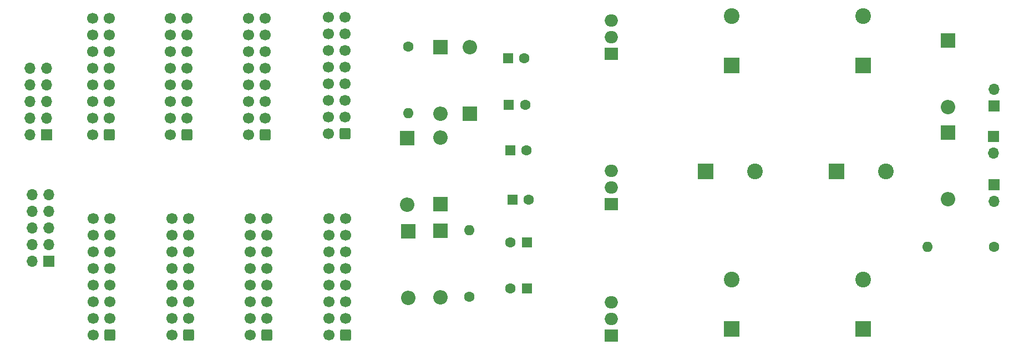
<source format=gbr>
G04 #@! TF.GenerationSoftware,KiCad,Pcbnew,6.0.2+dfsg-1*
G04 #@! TF.CreationDate,2023-05-14T11:53:56+12:00*
G04 #@! TF.ProjectId,MFOS-wallwart,4d464f53-2d77-4616-9c6c-776172742e6b,rev?*
G04 #@! TF.SameCoordinates,Original*
G04 #@! TF.FileFunction,Soldermask,Bot*
G04 #@! TF.FilePolarity,Negative*
%FSLAX46Y46*%
G04 Gerber Fmt 4.6, Leading zero omitted, Abs format (unit mm)*
G04 Created by KiCad (PCBNEW 6.0.2+dfsg-1) date 2023-05-14 11:53:56*
%MOMM*%
%LPD*%
G01*
G04 APERTURE LIST*
G04 Aperture macros list*
%AMRoundRect*
0 Rectangle with rounded corners*
0 $1 Rounding radius*
0 $2 $3 $4 $5 $6 $7 $8 $9 X,Y pos of 4 corners*
0 Add a 4 corners polygon primitive as box body*
4,1,4,$2,$3,$4,$5,$6,$7,$8,$9,$2,$3,0*
0 Add four circle primitives for the rounded corners*
1,1,$1+$1,$2,$3*
1,1,$1+$1,$4,$5*
1,1,$1+$1,$6,$7*
1,1,$1+$1,$8,$9*
0 Add four rect primitives between the rounded corners*
20,1,$1+$1,$2,$3,$4,$5,0*
20,1,$1+$1,$4,$5,$6,$7,0*
20,1,$1+$1,$6,$7,$8,$9,0*
20,1,$1+$1,$8,$9,$2,$3,0*%
G04 Aperture macros list end*
%ADD10C,1.600000*%
%ADD11R,1.600000X1.600000*%
%ADD12C,1.700000*%
%ADD13RoundRect,0.250000X0.600000X0.600000X-0.600000X0.600000X-0.600000X-0.600000X0.600000X-0.600000X0*%
%ADD14O,1.700000X1.700000*%
%ADD15R,1.700000X1.700000*%
%ADD16O,1.600000X1.600000*%
%ADD17O,2.200000X2.200000*%
%ADD18R,2.200000X2.200000*%
%ADD19O,2.000000X1.905000*%
%ADD20R,2.000000X1.905000*%
%ADD21C,2.400000*%
%ADD22R,2.400000X2.400000*%
G04 APERTURE END LIST*
D10*
X132645200Y-83985600D03*
D11*
X130145200Y-83985600D03*
X130500000Y-91500000D03*
D10*
X133000000Y-91500000D03*
X130182380Y-98000000D03*
D11*
X132682380Y-98000000D03*
D10*
X132317621Y-69951600D03*
D11*
X129817621Y-69951600D03*
D10*
X130182380Y-105105200D03*
D11*
X132682380Y-105105200D03*
D10*
X132448584Y-77021852D03*
D11*
X129948584Y-77021852D03*
D12*
X66525000Y-94420000D03*
X66525000Y-96960000D03*
X66525000Y-99500000D03*
X66525000Y-102040000D03*
X66525000Y-104580000D03*
X66525000Y-107120000D03*
X66525000Y-109660000D03*
X66525000Y-112200000D03*
X69065000Y-94420000D03*
X69065000Y-96960000D03*
X69065000Y-99500000D03*
X69065000Y-102040000D03*
X69065000Y-104580000D03*
X69065000Y-107120000D03*
X69065000Y-109660000D03*
D13*
X69065000Y-112200000D03*
D12*
X78505000Y-94420000D03*
X78505000Y-96960000D03*
X78505000Y-99500000D03*
X78505000Y-102040000D03*
X78505000Y-104580000D03*
X78505000Y-107120000D03*
X78505000Y-109660000D03*
X78505000Y-112200000D03*
X81045000Y-94420000D03*
X81045000Y-96960000D03*
X81045000Y-99500000D03*
X81045000Y-102040000D03*
X81045000Y-104580000D03*
X81045000Y-107120000D03*
X81045000Y-109660000D03*
D13*
X81045000Y-112200000D03*
D12*
X90485000Y-94420000D03*
X90485000Y-96960000D03*
X90485000Y-99500000D03*
X90485000Y-102040000D03*
X90485000Y-104580000D03*
X90485000Y-107120000D03*
X90485000Y-109660000D03*
X90485000Y-112200000D03*
X93025000Y-94420000D03*
X93025000Y-96960000D03*
X93025000Y-99500000D03*
X93025000Y-102040000D03*
X93025000Y-104580000D03*
X93025000Y-107120000D03*
X93025000Y-109660000D03*
D13*
X93025000Y-112200000D03*
D12*
X102465000Y-94420000D03*
X102465000Y-96960000D03*
X102465000Y-99500000D03*
X102465000Y-102040000D03*
X102465000Y-104580000D03*
X102465000Y-107120000D03*
X102465000Y-109660000D03*
X102465000Y-112200000D03*
X105005000Y-94420000D03*
X105005000Y-96960000D03*
X105005000Y-99500000D03*
X105005000Y-102040000D03*
X105005000Y-104580000D03*
X105005000Y-107120000D03*
X105005000Y-109660000D03*
D13*
X105005000Y-112200000D03*
D14*
X57200000Y-90780000D03*
X59740000Y-90780000D03*
X57200000Y-93320000D03*
X59740000Y-93320000D03*
X57200000Y-95860000D03*
X59740000Y-95860000D03*
X57200000Y-98400000D03*
X59740000Y-98400000D03*
X57200000Y-100940000D03*
D15*
X59740000Y-100940000D03*
D14*
X56860000Y-71440000D03*
X59400000Y-71440000D03*
X56860000Y-73980000D03*
X59400000Y-73980000D03*
X56860000Y-76520000D03*
X59400000Y-76520000D03*
X56860000Y-79060000D03*
X59400000Y-79060000D03*
X56860000Y-81600000D03*
D15*
X59400000Y-81600000D03*
D12*
X66460000Y-63820000D03*
X66460000Y-66360000D03*
X66460000Y-68900000D03*
X66460000Y-71440000D03*
X66460000Y-73980000D03*
X66460000Y-76520000D03*
X66460000Y-79060000D03*
X66460000Y-81600000D03*
X69000000Y-63820000D03*
X69000000Y-66360000D03*
X69000000Y-68900000D03*
X69000000Y-71440000D03*
X69000000Y-73980000D03*
X69000000Y-76520000D03*
X69000000Y-79060000D03*
D13*
X69000000Y-81600000D03*
D12*
X78260000Y-63820000D03*
X78260000Y-66360000D03*
X78260000Y-68900000D03*
X78260000Y-71440000D03*
X78260000Y-73980000D03*
X78260000Y-76520000D03*
X78260000Y-79060000D03*
X78260000Y-81600000D03*
X80800000Y-63820000D03*
X80800000Y-66360000D03*
X80800000Y-68900000D03*
X80800000Y-71440000D03*
X80800000Y-73980000D03*
X80800000Y-76520000D03*
X80800000Y-79060000D03*
D13*
X80800000Y-81600000D03*
D12*
X90260000Y-63820000D03*
X90260000Y-66360000D03*
X90260000Y-68900000D03*
X90260000Y-71440000D03*
X90260000Y-73980000D03*
X90260000Y-76520000D03*
X90260000Y-79060000D03*
X90260000Y-81600000D03*
X92800000Y-63820000D03*
X92800000Y-66360000D03*
X92800000Y-68900000D03*
X92800000Y-71440000D03*
X92800000Y-73980000D03*
X92800000Y-76520000D03*
X92800000Y-79060000D03*
D13*
X92800000Y-81600000D03*
D12*
X102411600Y-63659600D03*
X102411600Y-66199600D03*
X102411600Y-68739600D03*
X102411600Y-71279600D03*
X102411600Y-73819600D03*
X102411600Y-76359600D03*
X102411600Y-78899600D03*
X102411600Y-81439600D03*
X104951600Y-63659600D03*
X104951600Y-66199600D03*
X104951600Y-68739600D03*
X104951600Y-71279600D03*
X104951600Y-73819600D03*
X104951600Y-76359600D03*
X104951600Y-78899600D03*
D13*
X104951600Y-81439600D03*
D16*
X193852800Y-98704400D03*
D10*
X204012800Y-98704400D03*
D14*
X204012800Y-91744800D03*
D15*
X204012800Y-89204800D03*
D14*
X203962000Y-84429600D03*
D15*
X203962000Y-81889600D03*
D14*
X204001200Y-74699600D03*
D15*
X204001200Y-77239600D03*
D17*
X114452400Y-92252800D03*
D18*
X114452400Y-82092800D03*
D17*
X119551600Y-82079600D03*
D18*
X119551600Y-92239600D03*
D19*
X145551600Y-87159600D03*
X145551600Y-89699600D03*
D20*
X145551600Y-92239600D03*
D19*
X145551600Y-107159600D03*
X145551600Y-109699600D03*
D20*
X145551600Y-112239600D03*
D19*
X145551600Y-64159600D03*
X145551600Y-66699600D03*
D20*
X145551600Y-69239600D03*
D21*
X164001200Y-103739600D03*
D22*
X164001200Y-111239600D03*
D16*
X123901200Y-96164400D03*
D10*
X123901200Y-106324400D03*
D16*
X114604800Y-78282800D03*
D10*
X114604800Y-68122800D03*
D17*
X119551600Y-106399600D03*
D18*
X119551600Y-96239600D03*
D17*
X119551600Y-78399600D03*
D18*
X119551600Y-68239600D03*
D17*
X114604800Y-106476800D03*
D18*
X114604800Y-96316800D03*
D17*
X124002800Y-68224400D03*
D18*
X124002800Y-78384400D03*
D17*
X197001200Y-91399600D03*
D18*
X197001200Y-81239600D03*
D17*
X197001200Y-77399600D03*
D18*
X197001200Y-67239600D03*
D21*
X167501200Y-87239600D03*
D22*
X160001200Y-87239600D03*
D21*
X187500000Y-87239600D03*
D22*
X180000000Y-87239600D03*
D21*
X184000000Y-63500000D03*
D22*
X184000000Y-71000000D03*
D21*
X184001200Y-103739600D03*
D22*
X184001200Y-111239600D03*
D21*
X164000000Y-63500000D03*
D22*
X164000000Y-71000000D03*
M02*

</source>
